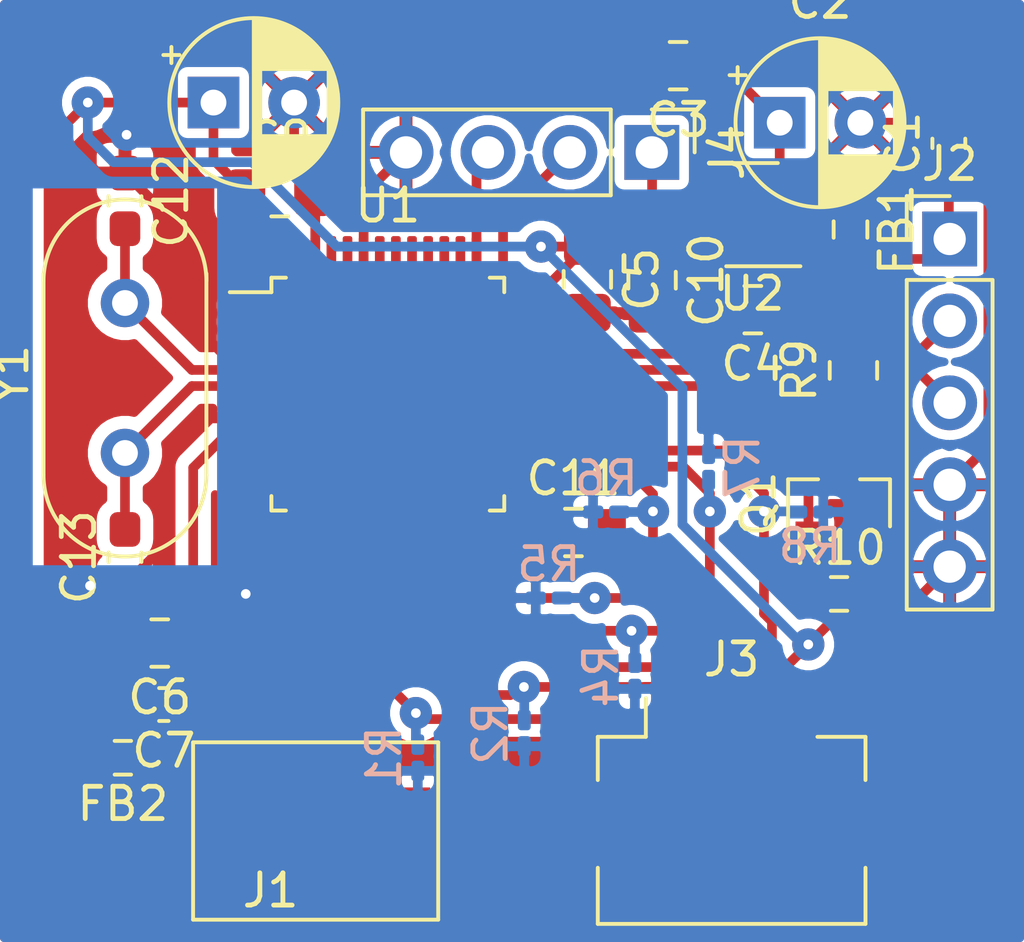
<source format=kicad_pcb>
(kicad_pcb (version 20171130) (host pcbnew 5.99.0+really5.1.10+dfsg1-1)
  (layers (0 F.Cu signal) (31 B.Cu signal) (34 B.Paste user hide) (35 F.Paste user hide) (36 B.SilkS user hide) (37 F.SilkS user hide) (38 B.Mask user hide) (39 F.Mask user hide) (44 Edge.Cuts user hide))
  (net 0 "")
  (net 1 "Net-(C1-Pad1)")
  (net 2 "Net-(C2-Pad1)")
  (net 3 "Net-(C12-Pad2)")
  (net 4 "Net-(C13-Pad2)")
  (net 5 Joy_X)
  (net 6 Joy_BTN)
  (net 7 Joy_Y)
  (net 8 USB_DM)
  (net 9 USB_DP)
  (net 10 "Net-(J3-Pad8)")
  (net 11 "Net-(J3-Pad7)")
  (net 12 "Net-(J3-Pad6)")
  (net 13 "Net-(J3-Pad5)")
  (net 14 "Net-(J3-Pad4)")
  (net 15 "Net-(J3-Pad3)")
  (net 16 "Net-(J3-Pad2)")
  (net 17 "Net-(J3-Pad1)")
  (net 18 "Net-(Q1-Pad3)")
  (net 19 USB_DISABLE)
  (net 20 "Net-(U1-Pad46)")
  (net 21 "Net-(U1-Pad45)")
  (net 22 "Net-(U1-Pad43)")
  (net 23 "Net-(U1-Pad42)")
  (net 24 "Net-(U1-Pad41)")
  (net 25 "Net-(U1-Pad40)")
  (net 26 "Net-(U1-Pad39)")
  (net 27 "Net-(U1-Pad38)")
  (net 28 "Net-(U1-Pad30)")
  (net 29 "Net-(U1-Pad29)")
  (net 30 "Net-(U1-Pad28)")
  (net 31 "Net-(U1-Pad17)")
  (net 32 "Net-(U1-Pad12)")
  (net 33 "Net-(U1-Pad11)")
  (net 34 "Net-(U1-Pad10)")
  (net 35 "Net-(U1-Pad3)")
  (net 36 "Net-(U1-Pad2)")
  (net 37 "Net-(U1-Pad1)")
  (net 38 "Net-(U2-Pad4)")
  (net 39 Gnd)
  (net 40 3.3ADC)
  (net 41 SWDCLK)
  (net 42 SWDIO)
  (net 43 3,3Vdd)
  (net 44 "Net-(U1-Pad7)")
  (module Resistor_SMD:R_0201_0603Metric_Pad0.64x0.40mm_HandSolder (layer B.Cu) (at 197.993 99.822 180)
    (fp_text reference R5 (at 0 1.05) (layer B.SilkS) (effects (justify mirror)))
    (fp_text value 10k)
    (pad 2 smd roundrect (at 0.4075 0 180) (size 0.635 0.4) (layers B.Cu B.Mask) (net 39 Gnd))
    (pad 1 smd roundrect (at -0.4075 0 180) (size 0.635 0.4) (layers B.Cu B.Mask) (net 13 "Net-(J3-Pad5)"))
  )
  (module Package_QFP:LQFP-48_7x7mm_P0.5mm (layer F.Cu) (at 193 93.5)
    (fp_text reference U1 (at 0 -5.85) (layer F.SilkS))
    (fp_text value STM32F103C8Tx)
    (pad 48 smd roundrect (at -2.75 -4.1625) (size 0.3 1.475) (layers F.Cu F.Paste F.Mask) (net 43 3,3Vdd))
    (pad 47 smd roundrect (at -2.25 -4.1625) (size 0.3 1.475) (layers F.Cu F.Paste F.Mask) (net 39 Gnd))
    (pad 46 smd roundrect (at -1.75 -4.1625) (size 0.3 1.475) (layers F.Cu F.Paste F.Mask) (net 20 "Net-(U1-Pad46)"))
    (pad 45 smd roundrect (at -1.25 -4.1625) (size 0.3 1.475) (layers F.Cu F.Paste F.Mask) (net 21 "Net-(U1-Pad45)"))
    (pad 44 smd roundrect (at -0.75 -4.1625) (size 0.3 1.475) (layers F.Cu F.Paste F.Mask) (net 39 Gnd))
    (pad 43 smd roundrect (at -0.25 -4.1625) (size 0.3 1.475) (layers F.Cu F.Paste F.Mask) (net 22 "Net-(U1-Pad43)"))
    (pad 42 smd roundrect (at 0.25 -4.1625) (size 0.3 1.475) (layers F.Cu F.Paste F.Mask) (net 23 "Net-(U1-Pad42)"))
    (pad 41 smd roundrect (at 0.75 -4.1625) (size 0.3 1.475) (layers F.Cu F.Paste F.Mask) (net 24 "Net-(U1-Pad41)"))
    (pad 40 smd roundrect (at 1.25 -4.1625) (size 0.3 1.475) (layers F.Cu F.Paste F.Mask) (net 25 "Net-(U1-Pad40)"))
    (pad 39 smd roundrect (at 1.75 -4.1625) (size 0.3 1.475) (layers F.Cu F.Paste F.Mask) (net 26 "Net-(U1-Pad39)"))
    (pad 38 smd roundrect (at 2.25 -4.1625) (size 0.3 1.475) (layers F.Cu F.Paste F.Mask) (net 27 "Net-(U1-Pad38)"))
    (pad 37 smd roundrect (at 2.75 -4.1625) (size 0.3 1.475) (layers F.Cu F.Paste F.Mask) (net 41 SWDCLK))
    (pad 36 smd roundrect (at 4.1625 -2.75) (size 1.475 0.3) (layers F.Cu F.Paste F.Mask) (net 43 3,3Vdd))
    (pad 35 smd roundrect (at 4.1625 -2.25) (size 1.475 0.3) (layers F.Cu F.Paste F.Mask) (net 39 Gnd))
    (pad 34 smd roundrect (at 4.1625 -1.75) (size 1.475 0.3) (layers F.Cu F.Paste F.Mask) (net 42 SWDIO))
    (pad 33 smd roundrect (at 4.1625 -1.25) (size 1.475 0.3) (layers F.Cu F.Paste F.Mask) (net 9 USB_DP))
    (pad 32 smd roundrect (at 4.1625 -0.75) (size 1.475 0.3) (layers F.Cu F.Paste F.Mask) (net 8 USB_DM))
    (pad 31 smd roundrect (at 4.1625 -0.25) (size 1.475 0.3) (layers F.Cu F.Paste F.Mask) (net 19 USB_DISABLE))
    (pad 30 smd roundrect (at 4.1625 0.25) (size 1.475 0.3) (layers F.Cu F.Paste F.Mask) (net 28 "Net-(U1-Pad30)"))
    (pad 29 smd roundrect (at 4.1625 0.75) (size 1.475 0.3) (layers F.Cu F.Paste F.Mask) (net 29 "Net-(U1-Pad29)"))
    (pad 28 smd roundrect (at 4.1625 1.25) (size 1.475 0.3) (layers F.Cu F.Paste F.Mask) (net 30 "Net-(U1-Pad28)"))
    (pad 27 smd roundrect (at 4.1625 1.75) (size 1.475 0.3) (layers F.Cu F.Paste F.Mask) (net 10 "Net-(J3-Pad8)"))
    (pad 26 smd roundrect (at 4.1625 2.25) (size 1.475 0.3) (layers F.Cu F.Paste F.Mask) (net 11 "Net-(J3-Pad7)"))
    (pad 25 smd roundrect (at 4.1625 2.75) (size 1.475 0.3) (layers F.Cu F.Paste F.Mask) (net 12 "Net-(J3-Pad6)"))
    (pad 24 smd roundrect (at 2.75 4.1625) (size 0.3 1.475) (layers F.Cu F.Paste F.Mask) (net 43 3,3Vdd))
    (pad 23 smd roundrect (at 2.25 4.1625) (size 0.3 1.475) (layers F.Cu F.Paste F.Mask) (net 39 Gnd))
    (pad 22 smd roundrect (at 1.75 4.1625) (size 0.3 1.475) (layers F.Cu F.Paste F.Mask) (net 13 "Net-(J3-Pad5)"))
    (pad 21 smd roundrect (at 1.25 4.1625) (size 0.3 1.475) (layers F.Cu F.Paste F.Mask) (net 14 "Net-(J3-Pad4)"))
    (pad 20 smd roundrect (at 0.75 4.1625) (size 0.3 1.475) (layers F.Cu F.Paste F.Mask) (net 15 "Net-(J3-Pad3)"))
    (pad 19 smd roundrect (at 0.25 4.1625) (size 0.3 1.475) (layers F.Cu F.Paste F.Mask) (net 16 "Net-(J3-Pad2)"))
    (pad 18 smd roundrect (at -0.25 4.1625) (size 0.3 1.475) (layers F.Cu F.Paste F.Mask) (net 17 "Net-(J3-Pad1)"))
    (pad 17 smd roundrect (at -0.75 4.1625) (size 0.3 1.475) (layers F.Cu F.Paste F.Mask) (net 31 "Net-(U1-Pad17)"))
    (pad 16 smd roundrect (at -1.25 4.1625) (size 0.3 1.475) (layers F.Cu F.Paste F.Mask) (net 39 Gnd))
    (pad 15 smd roundrect (at -1.75 4.1625) (size 0.3 1.475) (layers F.Cu F.Paste F.Mask) (net 5 Joy_X))
    (pad 14 smd roundrect (at -2.25 4.1625) (size 0.3 1.475) (layers F.Cu F.Paste F.Mask) (net 6 Joy_BTN))
    (pad 13 smd roundrect (at -2.75 4.1625) (size 0.3 1.475) (layers F.Cu F.Paste F.Mask) (net 7 Joy_Y))
    (pad 12 smd roundrect (at -4.1625 2.75) (size 1.475 0.3) (layers F.Cu F.Paste F.Mask) (net 32 "Net-(U1-Pad12)"))
    (pad 11 smd roundrect (at -4.1625 2.25) (size 1.475 0.3) (layers F.Cu F.Paste F.Mask) (net 33 "Net-(U1-Pad11)"))
    (pad 10 smd roundrect (at -4.1625 1.75) (size 1.475 0.3) (layers F.Cu F.Paste F.Mask) (net 34 "Net-(U1-Pad10)"))
    (pad 9 smd roundrect (at -4.1625 1.25) (size 1.475 0.3) (layers F.Cu F.Paste F.Mask) (net 40 3.3ADC))
    (pad 8 smd roundrect (at -4.1625 0.75) (size 1.475 0.3) (layers F.Cu F.Paste F.Mask) (net 39 Gnd))
    (pad 7 smd roundrect (at -4.1625 0.25) (size 1.475 0.3) (layers F.Cu F.Paste F.Mask) (net 44 "Net-(U1-Pad7)"))
    (pad 6 smd roundrect (at -4.1625 -0.25) (size 1.475 0.3) (layers F.Cu F.Paste F.Mask) (net 4 "Net-(C13-Pad2)"))
    (pad 5 smd roundrect (at -4.1625 -0.75) (size 1.475 0.3) (layers F.Cu F.Paste F.Mask) (net 3 "Net-(C12-Pad2)"))
    (pad 4 smd roundrect (at -4.1625 -1.25) (size 1.475 0.3) (layers F.Cu F.Paste F.Mask) (net 39 Gnd))
    (pad 3 smd roundrect (at -4.1625 -1.75) (size 1.475 0.3) (layers F.Cu F.Paste F.Mask) (net 35 "Net-(U1-Pad3)"))
    (pad 2 smd roundrect (at -4.1625 -2.25) (size 1.475 0.3) (layers F.Cu F.Paste F.Mask) (net 36 "Net-(U1-Pad2)"))
    (pad 1 smd roundrect (at -4.1625 -2.75) (size 1.475 0.3) (layers F.Cu F.Paste F.Mask) (net 37 "Net-(U1-Pad1)"))
  )
  (module Connector_PinHeader_2.54mm:PinHeader_1x04_P2.54mm_Vertical (layer F.Cu) (at 201.18324 86.0044 270)
    (fp_text reference J4 (at 0 -2.33 90) (layer F.SilkS))
    (fp_text value SWD)
    (pad 4 thru_hole oval (at 0 7.62 270) (size 1.7 1.7) (drill 1) (layers *.Cu *.Mask) (net 39 Gnd))
    (pad 3 thru_hole oval (at 0 5.08 270) (size 1.7 1.7) (drill 1) (layers *.Cu *.Mask) (net 41 SWDCLK))
    (pad 2 thru_hole oval (at 0 2.54 270) (size 1.7 1.7) (drill 1) (layers *.Cu *.Mask) (net 42 SWDIO))
    (pad 1 thru_hole rect (at 0 0 270) (size 1.7 1.7) (drill 1) (layers *.Cu *.Mask) (net 43 3,3Vdd))
  )
  (module Connector_FFC-FPC:Hirose_FH12-10S-0.5SH_1x10-1MP_P0.50mm_Horizontal (layer F.Cu) (at 203.66 105.426)
    (fp_text reference J3 (at 0 -3.7) (layer F.SilkS))
    (fp_text value Keyboard_conn)
    (pad 10 smd rect (at 2.25 -1.85) (size 0.3 1.3) (layers F.Cu F.Paste F.Mask) (net 39 Gnd))
    (pad 9 smd rect (at 1.75 -1.85) (size 0.3 1.3) (layers F.Cu F.Paste F.Mask) (net 43 3,3Vdd))
    (pad 8 smd rect (at 1.25 -1.85) (size 0.3 1.3) (layers F.Cu F.Paste F.Mask) (net 10 "Net-(J3-Pad8)"))
    (pad 7 smd rect (at 0.75 -1.85) (size 0.3 1.3) (layers F.Cu F.Paste F.Mask) (net 11 "Net-(J3-Pad7)"))
    (pad 6 smd rect (at 0.25 -1.85) (size 0.3 1.3) (layers F.Cu F.Paste F.Mask) (net 12 "Net-(J3-Pad6)"))
    (pad 5 smd rect (at -0.25 -1.85) (size 0.3 1.3) (layers F.Cu F.Paste F.Mask) (net 13 "Net-(J3-Pad5)"))
    (pad 4 smd rect (at -0.75 -1.85) (size 0.3 1.3) (layers F.Cu F.Paste F.Mask) (net 14 "Net-(J3-Pad4)"))
    (pad 3 smd rect (at -1.25 -1.85) (size 0.3 1.3) (layers F.Cu F.Paste F.Mask) (net 15 "Net-(J3-Pad3)"))
    (pad 2 smd rect (at -1.75 -1.85) (size 0.3 1.3) (layers F.Cu F.Paste F.Mask) (net 16 "Net-(J3-Pad2)"))
    (pad 1 smd rect (at -2.25 -1.85) (size 0.3 1.3) (layers F.Cu F.Paste F.Mask) (net 17 "Net-(J3-Pad1)"))
    (pad MP smd rect (at -4.15 1.4) (size 1.8 2.2) (layers F.Cu F.Paste F.Mask))
    (pad MP smd rect (at 4.15 1.4) (size 1.8 2.2) (layers F.Cu F.Paste F.Mask))
  )
  (module Capacitor_SMD:C_0805_2012Metric_Pad1.18x1.45mm_HandSolder (layer F.Cu) (at 199.1868 89.9414 270)
    (fp_text reference C5 (at 0 -1.68 90) (layer F.SilkS))
    (fp_text value 1uF)
    (pad 2 smd roundrect (at 1.0375 0 270) (size 1.175 1.45) (layers F.Cu F.Paste F.Mask) (roundrect_rratio 0.212766) (net 39 Gnd))
    (pad 1 smd roundrect (at -1.0375 0 270) (size 1.175 1.45) (layers F.Cu F.Paste F.Mask) (roundrect_rratio 0.212766) (net 43 3,3Vdd))
  )
  (module HC49:Crystal_HC49-S_Vertical (layer F.Cu) (at 184.85 95.325 90)
    (fp_text reference Y1 (at 2.44 -3.525 90) (layer F.SilkS))
    (fp_text value 16MHz)
    (pad 1 thru_hole circle (at 0 0 90) (size 1.5 1.5) (drill 0.8) (layers *.Cu *.Mask) (net 4 "Net-(C13-Pad2)"))
    (pad 2 thru_hole circle (at 4.65 0 90) (size 1.5 1.5) (drill 0.8) (layers *.Cu *.Mask) (net 3 "Net-(C12-Pad2)"))
  )
  (module Resistor_SMD:R_0603_1608Metric_Pad0.98x0.95mm_HandSolder (layer F.Cu) (at 206.991 99.695)
    (fp_text reference R10 (at 0 -1.43) (layer F.SilkS))
    (fp_text value 1k)
    (pad 2 smd roundrect (at 0.9125 0) (size 0.975 0.95) (layers F.Cu F.Paste F.Mask) (net 43 3,3Vdd))
    (pad 1 smd roundrect (at -0.9125 0) (size 0.975 0.95) (layers F.Cu F.Paste F.Mask) (net 19 USB_DISABLE))
  )
  (module Package_SO:TSOP-5_1.65x3.05mm_P0.95mm (layer F.Cu) (at 204.2922 87.9348 180)
    (fp_text reference U2 (at 0 -2.45) (layer F.SilkS))
    (fp_text value NCP500SN33T1)
    (pad 5 smd rect (at 1.16 -0.95 180) (size 0.7 0.51) (layers F.Cu F.Paste F.Mask) (net 43 3,3Vdd))
    (pad 4 smd rect (at 1.16 0.95 180) (size 0.7 0.51) (layers F.Cu F.Paste F.Mask) (net 38 "Net-(U2-Pad4)"))
    (pad 3 smd rect (at -1.16 0.95 180) (size 0.7 0.51) (layers F.Cu F.Paste F.Mask) (net 2 "Net-(C2-Pad1)"))
    (pad 2 smd rect (at -1.16 0 180) (size 0.7 0.51) (layers F.Cu F.Paste F.Mask) (net 39 Gnd))
    (pad 1 smd rect (at -1.16 -0.95 180) (size 0.7 0.51) (layers F.Cu F.Paste F.Mask) (net 2 "Net-(C2-Pad1)"))
  )
  (module Capacitor_SMD:C_0805_2012Metric_Pad1.18x1.45mm_HandSolder (layer F.Cu) (at 207.43672 92.76452 90)
    (fp_text reference R9 (at 0 -1.68 90) (layer F.SilkS))
    (fp_text value 1.5k)
    (pad 2 smd roundrect (at 1.0375 0 90) (size 1.175 1.45) (layers F.Cu F.Paste F.Mask) (roundrect_rratio 0.212766) (net 9 USB_DP))
    (pad 1 smd roundrect (at -1.0375 0 90) (size 1.175 1.45) (layers F.Cu F.Paste F.Mask) (roundrect_rratio 0.212766) (net 18 "Net-(Q1-Pad3)"))
  )
  (module Resistor_SMD:R_0201_0603Metric_Pad0.64x0.40mm_HandSolder (layer B.Cu) (at 206.0945 97.155)
    (fp_text reference R8 (at 0 1.05) (layer B.SilkS) (effects (justify mirror)))
    (fp_text value 10k)
    (pad 2 smd roundrect (at 0.4075 0) (size 0.635 0.4) (layers B.Cu B.Mask) (net 39 Gnd))
    (pad 1 smd roundrect (at -0.4075 0) (size 0.635 0.4) (layers B.Cu B.Mask) (net 10 "Net-(J3-Pad8)"))
  )
  (module Resistor_SMD:R_0201_0603Metric_Pad0.64x0.40mm_HandSolder (layer B.Cu) (at 202.946 95.758 90)
    (fp_text reference R7 (at 0 1.05 90) (layer B.SilkS) (effects (justify mirror)))
    (fp_text value 10k)
    (pad 2 smd roundrect (at 0.4075 0 90) (size 0.635 0.4) (layers B.Cu B.Mask) (net 39 Gnd))
    (pad 1 smd roundrect (at -0.4075 0 90) (size 0.635 0.4) (layers B.Cu B.Mask) (net 11 "Net-(J3-Pad7)"))
  )
  (module Resistor_SMD:R_0201_0603Metric_Pad0.64x0.40mm_HandSolder (layer B.Cu) (at 199.771 97.155 180)
    (fp_text reference R6 (at 0 1.05) (layer B.SilkS) (effects (justify mirror)))
    (fp_text value 10k)
    (pad 2 smd roundrect (at 0.4075 0 180) (size 0.635 0.4) (layers B.Cu B.Mask) (net 39 Gnd))
    (pad 1 smd roundrect (at -0.4075 0 180) (size 0.635 0.4) (layers B.Cu B.Mask) (net 12 "Net-(J3-Pad6)"))
  )
  (module Resistor_SMD:R_0201_0603Metric_Pad0.64x0.40mm_HandSolder (layer B.Cu) (at 200.66 102.235 270)
    (fp_text reference R4 (at 0 1.05 90) (layer B.SilkS) (effects (justify mirror)))
    (fp_text value 10k)
    (pad 2 smd roundrect (at 0.4075 0 270) (size 0.635 0.4) (layers B.Cu B.Mask) (net 39 Gnd))
    (pad 1 smd roundrect (at -0.4075 0 270) (size 0.635 0.4) (layers B.Cu B.Mask) (net 14 "Net-(J3-Pad4)"))
  )
  (module Resistor_SMD:R_0201_0603Metric_Pad0.64x0.40mm_HandSolder (layer B.Cu) (at 197.231 104.013 270)
    (fp_text reference R2 (at 0 1.05 90) (layer B.SilkS) (effects (justify mirror)))
    (fp_text value 10k)
    (pad 2 smd roundrect (at 0.4075 0 270) (size 0.635 0.4) (layers B.Cu B.Mask) (net 39 Gnd))
    (pad 1 smd roundrect (at -0.4075 0 270) (size 0.635 0.4) (layers B.Cu B.Mask) (net 16 "Net-(J3-Pad2)"))
  )
  (module Resistor_SMD:R_0201_0603Metric_Pad0.64x0.40mm_HandSolder (layer B.Cu) (at 193.929 104.775 270)
    (fp_text reference R1 (at 0 1.05 90) (layer B.SilkS) (effects (justify mirror)))
    (fp_text value 10k)
    (pad 2 smd roundrect (at 0.4075 0 270) (size 0.635 0.4) (layers B.Cu B.Mask) (net 39 Gnd))
    (pad 1 smd roundrect (at -0.4075 0 270) (size 0.635 0.4) (layers B.Cu B.Mask) (net 17 "Net-(J3-Pad1)"))
  )
  (module Package_TO_SOT_SMD:SOT-23 (layer F.Cu) (at 206.991 96.901 90)
    (fp_text reference Q1 (at 0 -2.5 90) (layer F.SilkS))
    (fp_text value Q_PNP_BEC)
    (pad 3 smd rect (at 1 0 90) (size 0.9 0.8) (layers F.Cu F.Paste F.Mask) (net 18 "Net-(Q1-Pad3)"))
    (pad 2 smd rect (at -1 0.95 90) (size 0.9 0.8) (layers F.Cu F.Paste F.Mask) (net 43 3,3Vdd))
    (pad 1 smd rect (at -1 -0.95 90) (size 0.9 0.8) (layers F.Cu F.Paste F.Mask) (net 19 USB_DISABLE))
  )
  (module Connector_PinHeader_2.54mm:PinHeader_1x05_P2.54mm_Vertical (layer F.Cu) (at 210.42 88.69)
    (fp_text reference J2 (at 0 -2.33) (layer F.SilkS))
    (fp_text value USB_conn)
    (pad 5 thru_hole oval (at 0 10.16) (size 1.7 1.7) (drill 1) (layers *.Cu *.Mask) (net 39 Gnd))
    (pad 4 thru_hole oval (at 0 7.62) (size 1.7 1.7) (drill 1) (layers *.Cu *.Mask) (net 39 Gnd))
    (pad 3 thru_hole oval (at 0 5.08) (size 1.7 1.7) (drill 1) (layers *.Cu *.Mask) (net 8 USB_DM))
    (pad 2 thru_hole oval (at 0 2.54) (size 1.7 1.7) (drill 1) (layers *.Cu *.Mask) (net 9 USB_DP))
    (pad 1 thru_hole rect (at 0 0) (size 1.7 1.7) (drill 1) (layers *.Cu *.Mask) (net 1 "Net-(C1-Pad1)"))
  )
  (module FPC_connectros:FPC-5P-0.5mm (layer F.Cu) (at 190.762 105.396)
    (fp_text reference J1 (at -1.397 3.4925) (layer F.SilkS))
    (fp_text value Joystic_conn)
    (pad MP smd rect (at 2.65 1.4) (size 1.8 2.2) (layers F.Cu F.Paste F.Mask))
    (pad MP smd rect (at -2.65 1.4) (size 1.8 2.2) (layers F.Cu F.Paste F.Mask))
    (pad 5 smd rect (at 1 -1.85) (size 0.3 1.3) (layers F.Cu F.Paste F.Mask) (net 5 Joy_X))
    (pad 4 smd rect (at 0.5 -1.85) (size 0.3 1.3) (layers F.Cu F.Paste F.Mask) (net 39 Gnd))
    (pad 3 smd rect (at 0 -1.85) (size 0.3 1.3) (layers F.Cu F.Paste F.Mask) (net 6 Joy_BTN))
    (pad 2 smd rect (at -0.5 -1.85) (size 0.3 1.3) (layers F.Cu F.Paste F.Mask) (net 7 Joy_Y))
    (pad 1 smd rect (at -1 -1.85) (size 0.3 1.3) (layers F.Cu F.Paste F.Mask) (net 40 3.3ADC))
  )
  (module Resistor_SMD:R_0603_1608Metric_Pad0.98x0.95mm_HandSolder (layer F.Cu) (at 184.785 104.775 180)
    (fp_text reference FB2 (at 0 -1.43) (layer F.SilkS))
    (fp_text value BK0603HS330-T)
    (pad 2 smd roundrect (at 0.9125 0 180) (size 0.975 0.95) (layers F.Cu F.Paste F.Mask) (net 43 3,3Vdd))
    (pad 1 smd roundrect (at -0.9125 0 180) (size 0.975 0.95) (layers F.Cu F.Paste F.Mask) (net 40 3.3ADC))
  )
  (module Resistor_SMD:R_0603_1608Metric_Pad0.98x0.95mm_HandSolder (layer F.Cu) (at 207.34528 88.39708 270)
    (fp_text reference FB1 (at 0 -1.43 90) (layer F.SilkS))
    (fp_text value BK0603HS330-T)
    (pad 2 smd roundrect (at 0.9125 0 270) (size 0.975 0.95) (layers F.Cu F.Paste F.Mask) (net 1 "Net-(C1-Pad1)"))
    (pad 1 smd roundrect (at -0.9125 0 270) (size 0.975 0.95) (layers F.Cu F.Paste F.Mask) (net 2 "Net-(C2-Pad1)"))
  )
  (module Capacitor_SMD:C_0603_1608Metric_Pad1.08x0.95mm_HandSolder (layer F.Cu) (at 184.85 98.558 90)
    (fp_text reference C13 (at 0 -1.43 90) (layer F.SilkS))
    (fp_text value 20pF)
    (pad 2 smd roundrect (at 0.8625 0 90) (size 1.075 0.95) (layers F.Cu F.Paste F.Mask) (net 4 "Net-(C13-Pad2)"))
    (pad 1 smd roundrect (at -0.8625 0 90) (size 1.075 0.95) (layers F.Cu F.Paste F.Mask) (net 39 Gnd))
  )
  (module Capacitor_SMD:C_0603_1608Metric_Pad1.08x0.95mm_HandSolder (layer F.Cu) (at 184.85 87.509 270)
    (fp_text reference C12 (at 0 -1.43 90) (layer F.SilkS))
    (fp_text value 20pF)
    (pad 2 smd roundrect (at 0.8625 0 270) (size 1.075 0.95) (layers F.Cu F.Paste F.Mask) (net 3 "Net-(C12-Pad2)"))
    (pad 1 smd roundrect (at -0.8625 0 270) (size 1.075 0.95) (layers F.Cu F.Paste F.Mask) (net 39 Gnd))
  )
  (module Capacitor_SMD:C_0805_2012Metric_Pad1.18x1.45mm_HandSolder (layer F.Cu) (at 198.755 97.79)
    (fp_text reference C11 (at 0 -1.68) (layer F.SilkS))
    (fp_text value 0.1uF)
    (pad 2 smd roundrect (at 1.0375 0) (size 1.175 1.45) (layers F.Cu F.Paste F.Mask) (roundrect_rratio 0.212766) (net 39 Gnd))
    (pad 1 smd roundrect (at -1.0375 0) (size 1.175 1.45) (layers F.Cu F.Paste F.Mask) (roundrect_rratio 0.212766) (net 43 3,3Vdd))
  )
  (module Capacitor_SMD:C_0805_2012Metric_Pad1.18x1.45mm_HandSolder (layer F.Cu) (at 201.1934 89.9668 270)
    (fp_text reference C10 (at 0 -1.68 90) (layer F.SilkS))
    (fp_text value 0.1uF)
    (pad 2 smd roundrect (at 1.0375 0 270) (size 1.175 1.45) (layers F.Cu F.Paste F.Mask) (roundrect_rratio 0.212766) (net 39 Gnd))
    (pad 1 smd roundrect (at -1.0375 0 270) (size 1.175 1.45) (layers F.Cu F.Paste F.Mask) (roundrect_rratio 0.212766) (net 43 3,3Vdd))
  )
  (module Capacitor_SMD:C_0805_2012Metric_Pad1.18x1.45mm_HandSolder (layer F.Cu) (at 189.64792 87.25408)
    (fp_text reference C9 (at 0 -1.68) (layer F.SilkS))
    (fp_text value 0.1uF)
    (pad 2 smd roundrect (at 1.0375 0) (size 1.175 1.45) (layers F.Cu F.Paste F.Mask) (roundrect_rratio 0.212766) (net 39 Gnd))
    (pad 1 smd roundrect (at -1.0375 0) (size 1.175 1.45) (layers F.Cu F.Paste F.Mask) (roundrect_rratio 0.212766) (net 43 3,3Vdd))
  )
  (module Capacitor_THT:CP_Radial_D5.0mm_P2.50mm (layer F.Cu) (at 187.59424 84.46008)
    (fp_text reference C8 (at 1.25 -3.75) (layer F.SilkS))
    (fp_text value 4.7uF)
    (pad 2 thru_hole circle (at 2.5 0) (size 1.6 1.6) (drill 0.8) (layers *.Cu *.Mask) (net 39 Gnd))
    (pad 1 thru_hole rect (at 0 0) (size 1.6 1.6) (drill 0.8) (layers *.Cu *.Mask) (net 43 3,3Vdd))
  )
  (module Capacitor_SMD:C_0603_1608Metric_Pad1.08x0.95mm_HandSolder (layer F.Cu) (at 186.055 103.124 180)
    (fp_text reference C7 (at 0 -1.43) (layer F.SilkS))
    (fp_text value 10nF)
    (pad 2 smd roundrect (at 0.8625 0 180) (size 1.075 0.95) (layers F.Cu F.Paste F.Mask) (net 39 Gnd))
    (pad 1 smd roundrect (at -0.8625 0 180) (size 1.075 0.95) (layers F.Cu F.Paste F.Mask) (net 40 3.3ADC))
  )
  (module Capacitor_SMD:C_0805_2012Metric_Pad1.18x1.45mm_HandSolder (layer F.Cu) (at 185.928 101.219 180)
    (fp_text reference C6 (at 0 -1.68) (layer F.SilkS))
    (fp_text value 1uF)
    (pad 2 smd roundrect (at 1.0375 0 180) (size 1.175 1.45) (layers F.Cu F.Paste F.Mask) (roundrect_rratio 0.212766) (net 39 Gnd))
    (pad 1 smd roundrect (at -1.0375 0 180) (size 1.175 1.45) (layers F.Cu F.Paste F.Mask) (roundrect_rratio 0.212766) (net 40 3.3ADC))
  )
  (module Capacitor_SMD:C_0805_2012Metric_Pad1.18x1.45mm_HandSolder (layer F.Cu) (at 204.3176 90.8812 180)
    (fp_text reference C4 (at 0 -1.68) (layer F.SilkS))
    (fp_text value 1uF)
    (pad 2 smd roundrect (at 1.0375 0 180) (size 1.175 1.45) (layers F.Cu F.Paste F.Mask) (roundrect_rratio 0.212766) (net 39 Gnd))
    (pad 1 smd roundrect (at -1.0375 0 180) (size 1.175 1.45) (layers F.Cu F.Paste F.Mask) (roundrect_rratio 0.212766) (net 2 "Net-(C2-Pad1)"))
  )
  (module Capacitor_SMD:C_0805_2012Metric_Pad1.18x1.45mm_HandSolder (layer F.Cu) (at 202.00112 83.31708 180)
    (fp_text reference C3 (at 0 -1.68) (layer F.SilkS))
    (fp_text value 0.1uF)
    (pad 2 smd roundrect (at 1.0375 0 180) (size 1.175 1.45) (layers F.Cu F.Paste F.Mask) (roundrect_rratio 0.212766) (net 39 Gnd))
    (pad 1 smd roundrect (at -1.0375 0 180) (size 1.175 1.45) (layers F.Cu F.Paste F.Mask) (roundrect_rratio 0.212766) (net 2 "Net-(C2-Pad1)"))
  )
  (module Capacitor_THT:CP_Radial_D5.0mm_P2.50mm (layer F.Cu) (at 205.15072 85.08492)
    (fp_text reference C2 (at 1.25 -3.75) (layer F.SilkS))
    (fp_text value 10uF)
    (pad 2 thru_hole circle (at 2.5 0) (size 1.6 1.6) (drill 0.8) (layers *.Cu *.Mask) (net 39 Gnd))
    (pad 1 thru_hole rect (at 0 0) (size 1.6 1.6) (drill 0.8) (layers *.Cu *.Mask) (net 2 "Net-(C2-Pad1)"))
  )
  (module Capacitor_SMD:C_0603_1608Metric_Pad1.08x0.95mm_HandSolder (layer F.Cu) (at 210.3946 85.725 90)
    (fp_text reference C1 (at 0 -1.43 90) (layer F.SilkS))
    (fp_text value 10nF)
    (pad 2 smd roundrect (at 0.8625 0 90) (size 1.075 0.95) (layers F.Cu F.Paste F.Mask) (net 39 Gnd))
    (pad 1 smd roundrect (at -0.8625 0 90) (size 1.075 0.95) (layers F.Cu F.Paste F.Mask) (net 1 "Net-(C1-Pad1)"))
  )
  (segment (start 209.80042 89.30958) (end 210.42 88.69) (width 0.3) (layer F.Cu) (net 1))
  (segment (start 207.34528 89.30958) (end 209.80042 89.30958) (width 0.3) (layer F.Cu) (net 1))
  (segment (start 210.3946 88.6646) (end 210.42 88.69) (width 0.3) (layer F.Cu) (net 1))
  (segment (start 210.3946 86.5875) (end 210.3946 88.6646) (width 0.3) (layer F.Cu) (net 1))
  (segment (start 206.1022 88.8848) (end 205.4522 88.8848) (width 0.3) (layer F.Cu) (net 2))
  (segment (start 206.152201 88.834799) (end 206.1022 88.8848) (width 0.3) (layer F.Cu) (net 2))
  (segment (start 206.1022 86.9848) (end 206.152201 87.034801) (width 0.3) (layer F.Cu) (net 2))
  (segment (start 205.4522 86.9848) (end 206.1022 86.9848) (width 0.3) (layer F.Cu) (net 2))
  (segment (start 206.2245 87.48458) (end 206.152201 87.412281) (width 0.3) (layer F.Cu) (net 2))
  (segment (start 207.34528 87.48458) (end 206.2245 87.48458) (width 0.3) (layer F.Cu) (net 2))
  (segment (start 206.152201 87.412281) (end 206.152201 88.834799) (width 0.3) (layer F.Cu) (net 2))
  (segment (start 206.152201 87.034801) (end 206.152201 87.412281) (width 0.3) (layer F.Cu) (net 2))
  (segment (start 205.359 86.8916) (end 205.4522 86.9848) (width 0.3) (layer F.Cu) (net 2))
  (segment (start 205.4522 90.7841) (end 205.3551 90.8812) (width 0.3) (layer F.Cu) (net 2))
  (segment (start 205.4522 88.8848) (end 205.4522 90.7841) (width 0.3) (layer F.Cu) (net 2))
  (segment (start 205.4899 84.74574) (end 205.15072 85.08492) (width 0.3) (layer F.Cu) (net 2))
  (segment (start 205.15072 86.68332) (end 205.4522 86.9848) (width 0.3) (layer F.Cu) (net 2))
  (segment (start 205.15072 85.08492) (end 205.15072 86.68332) (width 0.3) (layer F.Cu) (net 2))
  (segment (start 203.38288 83.31708) (end 205.15072 85.08492) (width 0.3) (layer F.Cu) (net 2))
  (segment (start 203.03862 83.31708) (end 203.38288 83.31708) (width 0.3) (layer F.Cu) (net 2))
  (segment (start 186.925 92.75) (end 184.85 90.675) (width 0.3) (layer F.Cu) (net 3))
  (segment (start 188.8375 92.75) (end 186.925 92.75) (width 0.3) (layer F.Cu) (net 3))
  (segment (start 184.85 90.675) (end 184.85 88.3715) (width 0.3) (layer F.Cu) (net 3))
  (segment (start 186.925 93.25) (end 184.85 95.325) (width 0.3) (layer F.Cu) (net 4))
  (segment (start 188.8375 93.25) (end 186.925 93.25) (width 0.3) (layer F.Cu) (net 4))
  (segment (start 184.85 95.325) (end 184.85 97.6955) (width 0.3) (layer F.Cu) (net 4))
  (segment (start 191.25 97.6625) (end 191.25 101) (width 0.3) (layer F.Cu) (net 5))
  (segment (start 191.25 102.084) (end 191.25 101) (width 0.3) (layer F.Cu) (net 5))
  (segment (start 191.762 102.596) (end 191.25 102.084) (width 0.3) (layer F.Cu) (net 5))
  (segment (start 191.762 103.546) (end 191.762 102.596) (width 0.3) (layer F.Cu) (net 5))
  (segment (start 190.762 102.408878) (end 190.762 103.546) (width 0.3) (layer F.Cu) (net 6))
  (segment (start 190.75 102.396878) (end 190.762 102.408878) (width 0.3) (layer F.Cu) (net 6))
  (segment (start 190.75 97.6625) (end 190.75 102.396878) (width 0.3) (layer F.Cu) (net 6))
  (segment (start 190.262 102.615998) (end 190.262 103.546) (width 0.3) (layer F.Cu) (net 7))
  (segment (start 190.25 102.603998) (end 190.262 102.615998) (width 0.3) (layer F.Cu) (net 7))
  (segment (start 190.25 97.6625) (end 190.25 102.603998) (width 0.3) (layer F.Cu) (net 7))
  (segment (start 209.4 92.75) (end 210.42 93.77) (width 0.3) (layer F.Cu) (net 8))
  (segment (start 197.1625 92.75) (end 209.4 92.75) (width 0.3) (layer F.Cu) (net 8))
  (segment (start 209.4 92.25) (end 210.42 91.23) (width 0.3) (layer F.Cu) (net 9))
  (segment (start 207.4319 92.25) (end 207.41666 92.25) (width 0.3) (layer F.Cu) (net 9))
  (segment (start 207.43672 91.72702) (end 207.43672 92.24518) (width 0.3) (layer F.Cu) (net 9))
  (segment (start 207.43672 92.24518) (end 207.4319 92.25) (width 0.3) (layer F.Cu) (net 9))
  (segment (start 207.41666 92.25) (end 209.4 92.25) (width 0.3) (layer F.Cu) (net 9))
  (segment (start 197.1625 92.25) (end 207.41666 92.25) (width 0.3) (layer F.Cu) (net 9))
  (segment (start 203.3397 95.25) (end 204.66304 96.57334) (width 0.3) (layer F.Cu) (net 10))
  (segment (start 197.1625 95.25) (end 203.3397 95.25) (width 0.3) (layer F.Cu) (net 10))
  (segment (start 204.91 100.55056) (end 204.91 103.576) (width 0.3) (layer F.Cu) (net 10))
  (segment (start 204.66304 100.3036) (end 204.91 100.55056) (width 0.3) (layer F.Cu) (net 10))
  (segment (start 204.66304 96.57334) (end 204.66304 97.13722) (width 0.3) (layer F.Cu) (net 10))
  (segment (start 204.66304 97.13722) (end 204.66304 100.3036) (width 0.3) (layer F.Cu) (net 10))
  (via (at 204.66304 97.13722) (size 1) (drill 0.3) (layers F.Cu B.Cu) (net 10))
  (segment (start 205.66922 97.13722) (end 205.687 97.155) (width 0.3) (layer B.Cu) (net 10))
  (segment (start 204.66304 97.13722) (end 205.66922 97.13722) (width 0.3) (layer B.Cu) (net 10))
  (segment (start 204.41 103.576) (end 204.41 100.75768) (width 0.3) (layer F.Cu) (net 11))
  (segment (start 202.16076 95.75) (end 202.9841 96.57334) (width 0.3) (layer F.Cu) (net 11))
  (segment (start 197.1625 95.75) (end 202.16076 95.75) (width 0.3) (layer F.Cu) (net 11))
  (segment (start 202.9841 99.33178) (end 204.41 100.75768) (width 0.3) (layer F.Cu) (net 11))
  (segment (start 202.9841 96.57334) (end 202.9841 97.10928) (width 0.3) (layer F.Cu) (net 11))
  (segment (start 202.9841 97.10928) (end 202.9841 99.33178) (width 0.3) (layer F.Cu) (net 11))
  (via (at 202.9841 97.13722) (size 1) (drill 0.3) (layers F.Cu B.Cu) (net 11))
  (segment (start 202.946 97.09912) (end 202.9841 97.13722) (width 0.3) (layer B.Cu) (net 11))
  (segment (start 202.946 96.1655) (end 202.946 97.09912) (width 0.3) (layer B.Cu) (net 11))
  (segment (start 200.8726 96.25) (end 201.22134 96.59874) (width 0.3) (layer F.Cu) (net 12))
  (segment (start 197.1625 96.25) (end 200.8726 96.25) (width 0.3) (layer F.Cu) (net 12))
  (segment (start 203.91 101.41592) (end 203.91 103.576) (width 0.3) (layer F.Cu) (net 12))
  (segment (start 201.22134 98.72726) (end 203.91 101.41592) (width 0.3) (layer F.Cu) (net 12))
  (segment (start 201.22134 96.59874) (end 201.22134 97.12198) (width 0.3) (layer F.Cu) (net 12))
  (segment (start 201.22134 97.12198) (end 201.22134 98.72726) (width 0.3) (layer F.Cu) (net 12))
  (via (at 201.22134 97.13722) (size 1) (drill 0.3) (layers F.Cu B.Cu) (net 12))
  (segment (start 201.20356 97.155) (end 201.22134 97.13722) (width 0.3) (layer B.Cu) (net 12))
  (segment (start 200.1785 97.155) (end 201.20356 97.155) (width 0.3) (layer B.Cu) (net 12))
  (via (at 199.414 99.822) (size 1) (drill 0.3) (layers F.Cu B.Cu) (net 13))
  (segment (start 199.27588 99.822) (end 199.414 99.822) (width 0.3) (layer F.Cu) (net 13))
  (segment (start 194.75 98.87612) (end 195.69588 99.822) (width 0.3) (layer F.Cu) (net 13))
  (segment (start 194.75 97.6625) (end 194.75 98.87612) (width 0.3) (layer F.Cu) (net 13))
  (segment (start 203.41 102.024638) (end 203.41 103.576) (width 0.3) (layer F.Cu) (net 13))
  (segment (start 201.207362 99.822) (end 203.41 102.024638) (width 0.3) (layer F.Cu) (net 13))
  (segment (start 195.834 99.822) (end 201.207362 99.822) (width 0.3) (layer F.Cu) (net 13))
  (segment (start 198.4005 99.822) (end 199.414 99.822) (width 0.3) (layer B.Cu) (net 13))
  (via (at 200.557 100.838) (size 1) (drill 0.3) (layers F.Cu B.Cu) (net 14))
  (segment (start 195.30314 100.838) (end 196.977 100.838) (width 0.3) (layer F.Cu) (net 14))
  (segment (start 194.25 99.78486) (end 195.30314 100.838) (width 0.3) (layer F.Cu) (net 14))
  (segment (start 194.25 97.6625) (end 194.25 99.78486) (width 0.3) (layer F.Cu) (net 14))
  (segment (start 202.91 102.231758) (end 202.91 103.576) (width 0.3) (layer F.Cu) (net 14))
  (segment (start 201.516242 100.838) (end 202.91 102.231758) (width 0.3) (layer F.Cu) (net 14))
  (segment (start 196.977 100.838) (end 201.516242 100.838) (width 0.3) (layer F.Cu) (net 14))
  (segment (start 200.66 100.941) (end 200.557 100.838) (width 0.3) (layer B.Cu) (net 14))
  (segment (start 200.66 101.8275) (end 200.66 100.941) (width 0.3) (layer B.Cu) (net 14))
  (segment (start 193.75 97.6625) (end 193.75 100.79) (width 0.3) (layer F.Cu) (net 15))
  (segment (start 193.75 100.79) (end 194.8 101.84) (width 0.3) (layer F.Cu) (net 15))
  (segment (start 200.04359 101.96359) (end 201.934712 101.96359) (width 0.3) (layer F.Cu) (net 15))
  (segment (start 202.41 102.438878) (end 202.41 103.576) (width 0.3) (layer F.Cu) (net 15))
  (segment (start 201.934712 101.96359) (end 202.41 102.438878) (width 0.3) (layer F.Cu) (net 15))
  (segment (start 196.12 101.84) (end 196.39 101.57) (width 0.3) (layer F.Cu) (net 15))
  (segment (start 199.65 101.57) (end 200.04359 101.96359) (width 0.3) (layer F.Cu) (net 15))
  (segment (start 196.39 101.57) (end 199.65 101.57) (width 0.3) (layer F.Cu) (net 15))
  (segment (start 194.8 101.84) (end 196.12 101.84) (width 0.3) (layer F.Cu) (net 15))
  (via (at 197.22 102.58) (size 1) (drill 0.3) (layers F.Cu B.Cu) (net 16))
  (segment (start 193.25 97.6625) (end 193.25 101.29) (width 0.3) (layer F.Cu) (net 16))
  (segment (start 193.25 101.29) (end 194.79 102.83) (width 0.3) (layer F.Cu) (net 16))
  (segment (start 197.05 102.58) (end 196.8 102.83) (width 0.3) (layer F.Cu) (net 16))
  (segment (start 197.22 102.58) (end 197.05 102.58) (width 0.3) (layer F.Cu) (net 16))
  (segment (start 196.8 102.83) (end 194.79 102.83) (width 0.3) (layer F.Cu) (net 16))
  (segment (start 201.825999 102.575999) (end 201.91 102.66) (width 0.3) (layer F.Cu) (net 16))
  (segment (start 201.91 102.66) (end 201.91 103.576) (width 0.3) (layer F.Cu) (net 16))
  (segment (start 200.979999 102.575999) (end 201.825999 102.575999) (width 0.3) (layer F.Cu) (net 16))
  (segment (start 200.975998 102.58) (end 200.979999 102.575999) (width 0.3) (layer F.Cu) (net 16))
  (segment (start 197.22 102.58) (end 200.975998 102.58) (width 0.3) (layer F.Cu) (net 16))
  (segment (start 197.231 102.591) (end 197.22 102.58) (width 0.3) (layer B.Cu) (net 16))
  (segment (start 197.231 103.6055) (end 197.231 102.591) (width 0.3) (layer B.Cu) (net 16))
  (via (at 193.87 103.39) (size 1) (drill 0.3) (layers F.Cu B.Cu) (net 17))
  (segment (start 194.15624 103.576) (end 194.186 103.576) (width 0.3) (layer F.Cu) (net 17))
  (segment (start 192.75 102.27) (end 193.87 103.39) (width 0.3) (layer F.Cu) (net 17))
  (segment (start 192.75 97.6625) (end 192.75 102.27) (width 0.3) (layer F.Cu) (net 17))
  (segment (start 194.056 103.576) (end 201.41 103.576) (width 0.3) (layer F.Cu) (net 17))
  (segment (start 193.87 103.39) (end 194.056 103.576) (width 0.3) (layer F.Cu) (net 17))
  (segment (start 193.87 104.3085) (end 193.929 104.3675) (width 0.3) (layer B.Cu) (net 17))
  (segment (start 193.87 103.39) (end 193.87 104.3085) (width 0.3) (layer B.Cu) (net 17))
  (segment (start 206.991 94.24774) (end 207.43672 93.80202) (width 0.3) (layer F.Cu) (net 18))
  (segment (start 206.991 95.901) (end 206.991 94.24774) (width 0.3) (layer F.Cu) (net 18))
  (segment (start 197.1625 93.25) (end 203.867 93.25) (width 0.3) (layer F.Cu) (net 19))
  (segment (start 206.041 99.6575) (end 206.0785 99.695) (width 0.3) (layer F.Cu) (net 19))
  (segment (start 206.041 97.901) (end 206.041 99.6575) (width 0.3) (layer F.Cu) (net 19))
  (segment (start 206.041 95.424) (end 206.041 97.901) (width 0.3) (layer F.Cu) (net 19))
  (segment (start 203.867 93.25) (end 206.041 95.424) (width 0.3) (layer F.Cu) (net 19))
  (via (at 184.8993 85.4583) (size 1) (drill 0.3) (layers F.Cu B.Cu) (net 39))
  (via (at 183.76646 99.441) (size 1) (drill 0.3) (layers F.Cu B.Cu) (net 39))
  (segment (start 184.85 86.6465) (end 185.950001 87.746501) (width 0.3) (layer F.Cu) (net 39))
  (segment (start 184.85 86.6465) (end 184.85 86.295) (width 0.3) (layer F.Cu) (net 39))
  (segment (start 198.71749 98.86501) (end 199.7925 97.79) (width 0.3) (layer F.Cu) (net 39))
  (segment (start 195.44601 98.86501) (end 198.71749 98.86501) (width 0.3) (layer F.Cu) (net 39))
  (segment (start 195.25 98.669) (end 195.44601 98.86501) (width 0.3) (layer F.Cu) (net 39))
  (segment (start 195.25 97.6625) (end 195.25 98.669) (width 0.3) (layer F.Cu) (net 39))
  (segment (start 210.42 98.85) (end 210.42 96.31) (width 0.3) (layer F.Cu) (net 39))
  (segment (start 202.9113 91.25) (end 203.2801 90.8812) (width 0.3) (layer F.Cu) (net 39))
  (segment (start 201.3165 90.8812) (end 201.1934 91.0043) (width 0.3) (layer F.Cu) (net 39))
  (segment (start 203.2801 90.8812) (end 201.3165 90.8812) (width 0.3) (layer F.Cu) (net 39))
  (segment (start 199.2122 91.0043) (end 199.1868 90.9789) (width 0.3) (layer F.Cu) (net 39))
  (segment (start 201.1934 91.0043) (end 199.2122 91.0043) (width 0.3) (layer F.Cu) (net 39))
  (segment (start 198.9157 91.25) (end 199.1868 90.9789) (width 0.3) (layer F.Cu) (net 39))
  (segment (start 197.1625 91.25) (end 198.9157 91.25) (width 0.3) (layer F.Cu) (net 39))
  (segment (start 207.5649 84.9991) (end 207.65072 85.08492) (width 0.3) (layer F.Cu) (net 39))
  (segment (start 210.17218 85.08492) (end 210.3946 84.8625) (width 0.3) (layer F.Cu) (net 39))
  (segment (start 207.65072 85.08492) (end 210.17218 85.08492) (width 0.3) (layer F.Cu) (net 39))
  (segment (start 200.96362 83.454778) (end 200.96362 83.31708) (width 0.3) (layer F.Cu) (net 39))
  (segment (start 204.2414 86.732558) (end 200.96362 83.454778) (width 0.3) (layer F.Cu) (net 39))
  (segment (start 203.98994 90.8812) (end 204.2414 90.62974) (width 0.3) (layer F.Cu) (net 39))
  (segment (start 203.2801 90.8812) (end 203.98994 90.8812) (width 0.3) (layer F.Cu) (net 39))
  (segment (start 204.3684 87.9348) (end 204.2414 87.8078) (width 0.3) (layer F.Cu) (net 39))
  (segment (start 205.4522 87.9348) (end 204.3684 87.9348) (width 0.3) (layer F.Cu) (net 39))
  (segment (start 204.2414 87.8078) (end 204.2414 86.732558) (width 0.3) (layer F.Cu) (net 39))
  (segment (start 204.2414 90.62974) (end 204.2414 87.8078) (width 0.3) (layer F.Cu) (net 39))
  (segment (start 204.80787 82.24207) (end 207.65072 85.08492) (width 0.3) (layer F.Cu) (net 39))
  (segment (start 202.03863 82.24207) (end 204.80787 82.24207) (width 0.3) (layer F.Cu) (net 39))
  (segment (start 200.96362 83.31708) (end 202.03863 82.24207) (width 0.3) (layer F.Cu) (net 39))
  (segment (start 211.620001 95.109999) (end 210.42 96.31) (width 0.3) (layer F.Cu) (net 39))
  (segment (start 211.620001 86.087901) (end 211.620001 95.109999) (width 0.3) (layer F.Cu) (net 39))
  (segment (start 210.3946 84.8625) (end 211.620001 86.087901) (width 0.3) (layer F.Cu) (net 39))
  (segment (start 191.23724 83.31708) (end 190.09424 84.46008) (width 0.3) (layer F.Cu) (net 39))
  (segment (start 190.09424 86.6629) (end 190.68542 87.25408) (width 0.3) (layer F.Cu) (net 39))
  (segment (start 190.09424 84.46008) (end 190.09424 86.6629) (width 0.3) (layer F.Cu) (net 39))
  (segment (start 193.56324 83.32978) (end 193.57594 83.31708) (width 0.3) (layer F.Cu) (net 39))
  (segment (start 193.56324 86.0044) (end 193.56324 83.32978) (width 0.3) (layer F.Cu) (net 39))
  (segment (start 193.57594 83.31708) (end 191.23724 83.31708) (width 0.3) (layer F.Cu) (net 39))
  (segment (start 200.96362 83.31708) (end 193.57594 83.31708) (width 0.3) (layer F.Cu) (net 39))
  (segment (start 185.1925 101.521) (end 184.8905 101.219) (width 0.3) (layer F.Cu) (net 39))
  (segment (start 185.1925 103.124) (end 185.1925 101.521) (width 0.3) (layer F.Cu) (net 39))
  (segment (start 184.8905 99.461) (end 184.85 99.4205) (width 0.3) (layer F.Cu) (net 39))
  (segment (start 184.8905 101.219) (end 184.8905 99.461) (width 0.3) (layer F.Cu) (net 39))
  (segment (start 205.91 103.36) (end 210.42 98.85) (width 0.3) (layer F.Cu) (net 39))
  (segment (start 205.91 103.576) (end 205.91 103.36) (width 0.3) (layer F.Cu) (net 39))
  (segment (start 184.85 85.5076) (end 184.8993 85.4583) (width 0.3) (layer F.Cu) (net 39))
  (segment (start 184.85 86.6465) (end 184.85 85.5076) (width 0.3) (layer F.Cu) (net 39))
  (segment (start 184.8295 99.441) (end 184.85 99.4205) (width 0.3) (layer F.Cu) (net 39))
  (segment (start 183.76646 99.441) (end 184.8295 99.441) (width 0.3) (layer F.Cu) (net 39))
  (via (at 188.595 99.695) (size 1) (drill 0.3) (layers F.Cu B.Cu) (net 39))
  (segment (start 185.1925 103.124) (end 184.85999 103.45651) (width 0.3) (layer F.Cu) (net 39))
  (segment (start 188.595 99.695) (end 188.595 97.905) (width 0.3) (layer F.Cu) (net 39))
  (segment (start 188.595 97.905) (end 190.71106 95.78894) (width 0.3) (layer F.Cu) (net 39))
  (segment (start 185.1925 103.961634) (end 184.77 104.384134) (width 0.3) (layer F.Cu) (net 39))
  (segment (start 185.1925 103.124) (end 185.1925 103.961634) (width 0.3) (layer F.Cu) (net 39))
  (segment (start 185.204144 105.60001) (end 186.35999 105.60001) (width 0.3) (layer F.Cu) (net 39))
  (segment (start 184.77 105.165866) (end 185.204144 105.60001) (width 0.3) (layer F.Cu) (net 39))
  (segment (start 184.77 104.384134) (end 184.77 105.165866) (width 0.3) (layer F.Cu) (net 39))
  (segment (start 191.262 104.476002) (end 191.262 103.546) (width 0.3) (layer F.Cu) (net 39))
  (segment (start 190.392003 105.345999) (end 191.262 104.476002) (width 0.3) (layer F.Cu) (net 39))
  (segment (start 186.614001 105.345999) (end 190.392003 105.345999) (width 0.3) (layer F.Cu) (net 39))
  (segment (start 186.35999 105.60001) (end 186.614001 105.345999) (width 0.3) (layer F.Cu) (net 39))
  (segment (start 191.392003 105.345999) (end 192.262001 104.476001) (width 0.3) (layer F.Cu) (net 39))
  (segment (start 190.392003 105.345999) (end 191.392003 105.345999) (width 0.3) (layer F.Cu) (net 39))
  (segment (start 192.26201 103.75311) (end 192.26201 102.38889) (width 0.3) (layer F.Cu) (net 39))
  (segment (start 192.262001 103.753119) (end 192.26201 103.75311) (width 0.3) (layer F.Cu) (net 39))
  (segment (start 192.262001 104.476001) (end 192.262001 103.753119) (width 0.3) (layer F.Cu) (net 39))
  (segment (start 191.75 101.87688) (end 192.26201 102.38889) (width 0.3) (layer F.Cu) (net 39))
  (segment (start 191.75 97.6625) (end 191.75 101.87688) (width 0.3) (layer F.Cu) (net 39))
  (segment (start 190.75 87.31866) (end 190.75 89.3375) (width 0.3) (layer F.Cu) (net 39))
  (segment (start 190.68542 87.25408) (end 190.75 87.31866) (width 0.3) (layer F.Cu) (net 39))
  (segment (start 192.25 89.3375) (end 192.25 87.31764) (width 0.3) (layer F.Cu) (net 39))
  (segment (start 192.31356 87.25408) (end 192.36182 87.20582) (width 0.3) (layer F.Cu) (net 39))
  (segment (start 190.68542 87.25408) (end 192.31356 87.25408) (width 0.3) (layer F.Cu) (net 39))
  (segment (start 192.36182 87.20582) (end 193.56324 86.0044) (width 0.3) (layer F.Cu) (net 39))
  (segment (start 192.25 87.31764) (end 192.36182 87.20582) (width 0.3) (layer F.Cu) (net 39))
  (segment (start 192.25 89.3375) (end 192.25 90.65) (width 0.3) (layer F.Cu) (net 39))
  (segment (start 195.25 97.6625) (end 195.25 96.571) (width 0.3) (layer F.Cu) (net 39))
  (segment (start 191.75 95.8) (end 191.75 97.6625) (width 0.3) (layer F.Cu) (net 39))
  (segment (start 191.75 95.23) (end 191.75 95.8) (width 0.3) (layer F.Cu) (net 39))
  (segment (start 190.72306 95.78894) (end 191.516 94.996) (width 0.3) (layer F.Cu) (net 39))
  (segment (start 190.71106 95.78894) (end 190.72306 95.78894) (width 0.3) (layer F.Cu) (net 39))
  (segment (start 191.516 94.996) (end 191.75 95.23) (width 0.3) (layer F.Cu) (net 39))
  (segment (start 188.8375 92.25) (end 190.167 92.25) (width 0.3) (layer F.Cu) (net 39))
  (segment (start 190.167 92.25) (end 190.524 92.607) (width 0.3) (layer F.Cu) (net 39))
  (segment (start 185.950001 87.746501) (end 185.950001 89.430001) (width 0.3) (layer F.Cu) (net 39))
  (segment (start 185.950001 89.430001) (end 187.071 90.551) (width 0.3) (layer F.Cu) (net 39))
  (segment (start 187.881 92.25) (end 188.8375 92.25) (width 0.3) (layer F.Cu) (net 39))
  (segment (start 187.071 91.44) (end 187.881 92.25) (width 0.3) (layer F.Cu) (net 39))
  (segment (start 187.071 90.551) (end 187.071 91.44) (width 0.3) (layer F.Cu) (net 39))
  (segment (start 188.8375 94.25) (end 187.595 94.25) (width 0.3) (layer F.Cu) (net 39))
  (segment (start 192.929 94.25) (end 192.9765 94.2975) (width 0.3) (layer F.Cu) (net 39))
  (segment (start 195.25 96.571) (end 192.9765 94.2975) (width 0.3) (layer F.Cu) (net 39))
  (segment (start 187.182 94.25) (end 188.8375 94.25) (width 0.3) (layer F.Cu) (net 39))
  (segment (start 186.182 95.25) (end 187.182 94.25) (width 0.3) (layer F.Cu) (net 39))
  (segment (start 186.182 96.012) (end 186.182 95.25) (width 0.3) (layer F.Cu) (net 39))
  (segment (start 185.950001 96.243999) (end 186.182 96.012) (width 0.3) (layer F.Cu) (net 39))
  (segment (start 185.950001 98.320499) (end 185.950001 96.243999) (width 0.3) (layer F.Cu) (net 39))
  (segment (start 184.85 99.4205) (end 185.950001 98.320499) (width 0.3) (layer F.Cu) (net 39))
  (segment (start 190.524 94.242) (end 190.516 94.25) (width 0.3) (layer F.Cu) (net 39))
  (segment (start 190.524 92.607) (end 190.524 94.242) (width 0.3) (layer F.Cu) (net 39))
  (segment (start 190.516 94.25) (end 192.929 94.25) (width 0.3) (layer F.Cu) (net 39))
  (segment (start 188.8375 94.25) (end 190.516 94.25) (width 0.3) (layer F.Cu) (net 39))
  (segment (start 190.77 94.25) (end 191.75 95.23) (width 0.3) (layer F.Cu) (net 39))
  (segment (start 190.516 94.25) (end 190.77 94.25) (width 0.3) (layer F.Cu) (net 39))
  (segment (start 186.9175 101.267) (end 186.9655 101.219) (width 0.3) (layer F.Cu) (net 40))
  (segment (start 186.9175 103.124) (end 186.9175 101.267) (width 0.3) (layer F.Cu) (net 40))
  (segment (start 189.34 103.124) (end 189.762 103.546) (width 0.3) (layer F.Cu) (net 40))
  (segment (start 186.9175 103.124) (end 189.34 103.124) (width 0.3) (layer F.Cu) (net 40))
  (segment (start 185.6975 104.344) (end 186.9175 103.124) (width 0.3) (layer F.Cu) (net 40))
  (segment (start 185.6975 104.775) (end 185.6975 104.344) (width 0.3) (layer F.Cu) (net 40))
  (segment (start 187.998942 94.75) (end 188.8375 94.75) (width 0.3) (layer F.Cu) (net 40))
  (segment (start 186.9655 95.783442) (end 187.998942 94.75) (width 0.3) (layer F.Cu) (net 40))
  (segment (start 186.9655 101.219) (end 186.9655 95.783442) (width 0.3) (layer F.Cu) (net 40))
  (segment (start 195.75 86.35764) (end 196.10324 86.0044) (width 0.3) (layer F.Cu) (net 41))
  (segment (start 195.75 89.3375) (end 195.75 86.35764) (width 0.3) (layer F.Cu) (net 41))
  (segment (start 195.8138 91.75) (end 197.1625 91.75) (width 0.3) (layer F.Cu) (net 42))
  (segment (start 195.43268 91.36888) (end 195.8138 91.75) (width 0.3) (layer F.Cu) (net 42))
  (segment (start 195.43268 91.06916) (end 195.43268 91.36888) (width 0.3) (layer F.Cu) (net 42))
  (segment (start 195.43268 91.06916) (end 195.44792 91.06916) (width 0.3) (layer F.Cu) (net 42))
  (segment (start 195.44792 91.06916) (end 196.57314 89.94394) (width 0.3) (layer F.Cu) (net 42))
  (segment (start 196.57314 88.0745) (end 198.64324 86.0044) (width 0.3) (layer F.Cu) (net 42))
  (segment (start 196.57314 89.94394) (end 196.57314 88.0745) (width 0.3) (layer F.Cu) (net 42))
  (via (at 197.74916 88.9254) (size 1) (drill 0.3) (layers F.Cu B.Cu) (net 43))
  (segment (start 190.246 89.3335) (end 190.25 89.3375) (width 0.3) (layer F.Cu) (net 43))
  (segment (start 195.8775 97.79) (end 195.75 97.6625) (width 0.3) (layer F.Cu) (net 43))
  (segment (start 197.7175 97.79) (end 195.8775 97.79) (width 0.3) (layer F.Cu) (net 43))
  (segment (start 207.941 99.6575) (end 207.9035 99.695) (width 0.3) (layer F.Cu) (net 43))
  (segment (start 207.941 97.901) (end 207.941 99.6575) (width 0.3) (layer F.Cu) (net 43))
  (segment (start 201.168 88.9039) (end 201.1934 88.9293) (width 0.3) (layer F.Cu) (net 43))
  (segment (start 199.1868 88.9039) (end 201.168 88.9039) (width 0.3) (layer F.Cu) (net 43))
  (segment (start 203.0877 88.9293) (end 203.1322 88.8848) (width 0.3) (layer F.Cu) (net 43))
  (segment (start 201.1934 88.9293) (end 203.0877 88.9293) (width 0.3) (layer F.Cu) (net 43))
  (segment (start 201.1934 86.01456) (end 201.18324 86.0044) (width 0.3) (layer F.Cu) (net 43))
  (segment (start 201.1934 88.9293) (end 201.1934 86.01456) (width 0.3) (layer F.Cu) (net 43))
  (segment (start 205.41 103.576) (end 205.41 101.88936) (width 0.3) (layer F.Cu) (net 43))
  (segment (start 207.60436 99.695) (end 207.9035 99.695) (width 0.3) (layer F.Cu) (net 43))
  (segment (start 205.41 101.88936) (end 206.03718 101.26218) (width 0.3) (layer F.Cu) (net 43))
  (segment (start 197.3407 90.75) (end 199.1868 88.9039) (width 0.3) (layer F.Cu) (net 43))
  (segment (start 197.1625 90.75) (end 197.3407 90.75) (width 0.3) (layer F.Cu) (net 43))
  (segment (start 189.411442 89.3375) (end 190.25 89.3375) (width 0.3) (layer F.Cu) (net 43))
  (segment (start 188.61042 88.536478) (end 189.411442 89.3375) (width 0.3) (layer F.Cu) (net 43))
  (segment (start 188.61042 87.25408) (end 188.61042 88.536478) (width 0.3) (layer F.Cu) (net 43))
  (segment (start 187.59424 86.2379) (end 188.61042 87.25408) (width 0.3) (layer F.Cu) (net 43))
  (segment (start 187.59424 84.46008) (end 187.59424 86.2379) (width 0.3) (layer F.Cu) (net 43))
  (segment (start 183.69788 84.46008) (end 183.69788 84.46008) (width 0.3) (layer F.Cu) (net 43))
  (segment (start 181.78018 86.37778) (end 183.69788 84.46008) (width 0.3) (layer F.Cu) (net 43))
  (segment (start 181.78018 102.68268) (end 181.78018 86.37778) (width 0.3) (layer F.Cu) (net 43))
  (segment (start 183.8725 104.775) (end 181.78018 102.68268) (width 0.3) (layer F.Cu) (net 43))
  (segment (start 199.1653 88.9254) (end 199.1868 88.9039) (width 0.3) (layer F.Cu) (net 43))
  (segment (start 197.74916 88.9254) (end 199.1653 88.9254) (width 0.3) (layer F.Cu) (net 43))
  (segment (start 183.69788 84.46008) (end 187.59424 84.46008) (width 0.3) (layer F.Cu) (net 43))
  (via (at 183.69788 84.46008) (size 1) (drill 0.3) (layers F.Cu B.Cu) (net 43))
  (segment (start 183.69788 85.514882) (end 183.69788 84.46008) (width 0.3) (layer B.Cu) (net 43))
  (segment (start 206.03718 101.26218) (end 207.60436 99.695) (width 0.3) (layer F.Cu) (net 43))
  (via (at 206.03718 101.26218) (size 1) (drill 0.3) (layers F.Cu B.Cu) (net 43))
  (segment (start 205.851058 101.26218) (end 206.03718 101.26218) (width 0.3) (layer B.Cu) (net 43))
  (segment (start 202.134099 97.545221) (end 205.851058 101.26218) (width 0.3) (layer B.Cu) (net 43))
  (segment (start 202.134099 93.310339) (end 202.134099 97.545221) (width 0.3) (layer B.Cu) (net 43))
  (segment (start 197.74916 88.9254) (end 202.134099 93.310339) (width 0.3) (layer B.Cu) (net 43))
  (segment (start 190.25 90.176058) (end 190.25 89.3375) (width 0.3) (layer F.Cu) (net 43))
  (segment (start 195.75 95.676058) (end 190.25 90.176058) (width 0.3) (layer F.Cu) (net 43))
  (segment (start 195.75 97.6625) (end 195.75 95.676058) (width 0.3) (layer F.Cu) (net 43))
  (segment (start 184.491299 86.308301) (end 188.797301 86.308301) (width 0.3) (layer B.Cu) (net 43))
  (segment (start 183.69788 85.514882) (end 184.491299 86.308301) (width 0.3) (layer B.Cu) (net 43))
  (segment (start 191.4144 88.9254) (end 197.74916 88.9254) (width 0.3) (layer B.Cu) (net 43))
  (segment (start 188.797301 86.308301) (end 191.4144 88.9254) (width 0.3) (layer B.Cu) (net 43))
  (zone (net 39) (net_name Gnd) (layer B.Cu) (connect_pads (clearance 0.3)) (min_thickness 0.254) (fill yes (arc_segments 32) (thermal_gap 0.3) (thermal_bridge_width 0.3))
    (polygon (pts (xy 212.725 110.49) (xy 180.975 110.49) (xy 180.975 81.28) (xy 212.725 81.28)))
  )
  (zone (net 39) (net_name Gnd) (layer F.Cu) (connect_pads (clearance 0.4)) (min_thickness 0.254) (fill yes (arc_segments 32) (thermal_gap 0.4) (thermal_bridge_width 0.4))
    (polygon (pts (xy 212.725 110.49) (xy 180.975 110.49) (xy 180.975 81.28) (xy 212.725 81.28)))
  )
  (zone (net 0) (net_name "") (layer B.Cu) (connect_pads (clearance 0.4)) (min_thickness 0.254)
    (keepout (tracks not_allowed) (vias not_allowed) (copperpour not_allowed))
    (fill (arc_segments 32) (thermal_gap 0.4) (thermal_bridge_width 0.4))
    (polygon (pts (xy 187.706 98.806) (xy 181.991 98.806) (xy 181.991 87.122) (xy 187.706 87.122)))
  )
)
</source>
